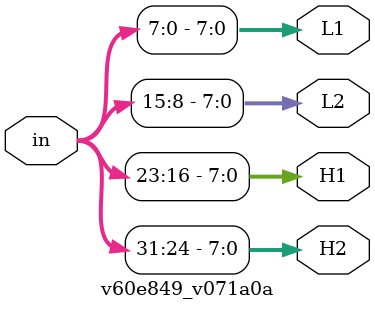
<source format=v>

`default_nettype none

module main #(
 parameter v384ddf = 1
) (
 input vf0b97b,
 input vclk,
 output vaad62c,
 output [0:7] vinit
);
 localparam p0 = v384ddf;
 wire [0:31] w1;
 wire w2;
 wire w3;
 wire w4;
 wire w5;
 wire w6;
 wire w7;
 wire w8;
 assign vaad62c = w2;
 assign w4 = vf0b97b;
 assign w6 = vclk;
 assign w7 = vclk;
 assign w8 = vclk;
 assign w5 = w3;
 assign w7 = w6;
 assign w8 = w6;
 assign w8 = w7;
 va9a5bc #(
  .vfb06ae(p0)
 ) v9649dc (
  .v2a8434(w3),
  .vac0eb2(w6)
 );
 v5bf32c va59abd (
  .vb7970b(w1),
  .ve61673(w4),
  .v7c533e(w5),
  .vdd729a(w7)
 );
 vf6f2c9 v26fe90 (
  .ve93dd7(w1),
  .vec02cd(w2),
  .v3a7630(w3),
  .vcdf509(w8)
 );
 assign vinit = 8'b00000000;
endmodule

/*-------------------------------------------------*/
/*--   */
/*-- - - - - - - - - - - - - - - - - - - - - - - --*/
/*-- 
/*-------------------------------------------------*/
//---- Top entity
module va9a5bc #(
 parameter vfb06ae = 1
) (
 input vac0eb2,
 output v2a8434
);
 localparam p2 = vfb06ae;
 wire w0;
 wire w1;
 assign v2a8434 = w0;
 assign w1 = vac0eb2;
 va9a5bc_v6cac2f #(
  .SEC(p2)
 ) v6cac2f (
  .o(w0),
  .clk(w1)
 );
endmodule

/*-------------------------------------------------*/
/*-- Corazon-tic-Sec  */
/*-- - - - - - - - - - - - - - - - - - - - - - - --*/
/*-- Corazón de bombeo de tics a con periodo paramétrico de segundos
/*-------------------------------------------------*/

module va9a5bc_v6cac2f #(
 parameter SEC = 0
) (
 input clk,
 output o
);
 //localparam SEC;
 
 //-- Constante para dividir y obtener una frecuencia de 1Hz
 localparam M = 12000000*SEC;
 
 //-- Calcular el numero de bits para almacenar M
 localparam N = $clog2(M);
 
 //-- Cable de reset para el contador
 wire reset;
 
 //-- Registro del divisor
 reg [N-1:0] divcounter;
 
 
 //-- Contador con reset
 always @(posedge clk)
   if (reset)
     divcounter <= 0;
   else
     divcounter <= divcounter + 1;
 
 //-- Comparador que resetea el contador cuando se alcanza el tope
 assign reset = (divcounter == M-1);
 
 //-- La salida es la señal de overflow
 assign o = reset;
 
 
 
 
endmodule
//---- Top entity
module v5bf32c #(
 parameter v5e4a03 = 33'h10000_0000
) (
 input vdd729a,
 input ve61673,
 input v7c533e,
 output [31:0] vb7970b,
 output v712cd1
);
 localparam p1 = v5e4a03;
 wire w0;
 wire w2;
 wire w3;
 wire w4;
 wire [0:31] w5;
 assign w0 = ve61673;
 assign w2 = v7c533e;
 assign w3 = vdd729a;
 assign v712cd1 = w4;
 assign vb7970b = w5;
 v5bf32c_vbd6086 #(
  .M(p1)
 ) vbd6086 (
  .rst(w0),
  .cnt(w2),
  .clk(w3),
  .ov(w4),
  .q(w5)
 );
endmodule

/*-------------------------------------------------*/
/*-- 32-bits-counter-rst  */
/*-- - - - - - - - - - - - - - - - - - - - - - - --*/
/*-- 32-bits M module up counter, with reset 
/*-------------------------------------------------*/

module v5bf32c_vbd6086 #(
 parameter M = 0
) (
 input clk,
 input rst,
 input cnt,
 output [31:0] q,
 output ov
);
 //-- Numero de bits del contador
 localparam N = 32; 
 
 //-- En contadores de N bits:
 //-- M = 2 ** N
 
 //-- Internamente usamos un bit mas
 //-- (N+1) bits
 reg [N:0] qi = 0;
 
 always @(posedge clk)
   if (rst | ov)
     qi <= 0;
   else
     if (cnt)
       qi <= qi + 1;
       
 assign q = qi;
 
 //-- Comprobar overflow
 assign ov = (qi == M);
     
endmodule
//---- Top entity
module vf6f2c9 #(
 parameter vab8753 = 115200
) (
 input [31:0] ve93dd7,
 input v3a7630,
 input vcdf509,
 output vec02cd
);
 localparam p1 = vab8753;
 wire [0:7] w0;
 wire [0:1] w2;
 wire w3;
 wire w4;
 wire w5;
 wire w6;
 wire w7;
 wire [0:1] w8;
 wire w9;
 wire w10;
 wire w11;
 wire w12;
 wire w13;
 wire w14;
 wire [0:7] w15;
 wire [0:7] w16;
 wire [0:7] w17;
 wire [0:7] w18;
 wire [0:31] w19;
 wire w20;
 wire w21;
 wire w22;
 wire w23;
 wire w24;
 wire w25;
 assign vec02cd = w5;
 assign w13 = v3a7630;
 assign w14 = v3a7630;
 assign w19 = ve93dd7;
 assign w20 = vcdf509;
 assign w21 = vcdf509;
 assign w22 = vcdf509;
 assign w23 = vcdf509;
 assign w24 = vcdf509;
 assign w25 = vcdf509;
 assign w8 = w2;
 assign w9 = w3;
 assign w12 = w4;
 assign w14 = w13;
 assign w21 = w20;
 assign w22 = w20;
 assign w22 = w21;
 assign w23 = w20;
 assign w23 = w21;
 assign w23 = w22;
 assign w24 = w20;
 assign w24 = w21;
 assign w24 = w22;
 assign w24 = w23;
 assign w25 = w20;
 assign w25 = w21;
 assign w25 = w22;
 assign w25 = w23;
 assign w25 = w24;
 v33837d v452f7b (
  .vf3dbae(w0),
  .v7b814e(w2),
  .vfa3ec2(w15),
  .vf9974f(w16),
  .vf0c0b7(w17),
  .v55f4cc(w18)
 );
 vb959c2 ve3e153 (
  .v3c6908(w4),
  .vb4c770(w11),
  .ve68648(w13),
  .v581b48(w21)
 );
 vc6459c #(
  .ved2ada(p1)
 ) va2abe7 (
  .v19b8dd(w0),
  .v01321e(w3),
  .v8caaa5(w5),
  .v05e99b(w6),
  .ve9a78f(w20)
 );
 vd6bbdd v05cb68 (
  .vdbb75f(w6),
  .v08bfd6(w7),
  .v02d455(w24)
 );
 vf6f2c9_v9ebe9e v9ebe9e (
  .o(w7),
  .estado(w8),
  .done(w10),
  .inicio(w14),
  .clk(w23)
 );
 v1c7dae ve1951b (
  .vf54559(w9),
  .ve8318d(w10),
  .va4102a(w25)
 );
 vcc6e10 v7b62b6 (
  .vd76104(w2),
  .v7c533e(w3),
  .v712cd1(w4),
  .v26172c(w11),
  .ve61673(w12),
  .vdd729a(w22)
 );
 v60e849 v2d9495 (
  .v46163a(w15),
  .v37918a(w16),
  .v72947e(w17),
  .v3ec835(w18),
  .v88a8bc(w19)
 );
endmodule

/*-------------------------------------------------*/
/*-- Tx_32bits  */
/*-- - - - - - - - - - - - - - - - - - - - - - - --*/
/*-- Transmite 32 bits en Paralelo a serie por RS232 (entrada de 32 bits)
/*-------------------------------------------------*/

module vf6f2c9_v9ebe9e (
 input clk,
 input [1:0] estado,
 input inicio,
 input done,
 output o
);
 
 reg o=0;
 
 always @(posedge clk)
 case (estado)
   0:if(inicio) o=~o;
      else o=o;
   default: if(done) o=~o;
 endcase
endmodule
//---- Top entity
module v33837d (
 input [7:0] vfa3ec2,
 input [7:0] vf9974f,
 input [7:0] vf0c0b7,
 input [7:0] v55f4cc,
 input [1:0] v7b814e,
 output [7:0] vf3dbae
);
 wire [0:7] w0;
 wire [0:7] w1;
 wire [0:7] w2;
 wire [0:7] w3;
 wire [0:1] w4;
 wire [0:7] w5;
 assign vf3dbae = w0;
 assign w1 = vfa3ec2;
 assign w2 = vf9974f;
 assign w3 = vf0c0b7;
 assign w4 = v7b814e;
 assign w5 = v55f4cc;
 v33837d_v463e55 v463e55 (
  .o(w0),
  .a(w1),
  .b(w2),
  .c(w3),
  .sel(w4),
  .d(w5)
 );
endmodule

/*-------------------------------------------------*/
/*-- Mux4To1_8  */
/*-- - - - - - - - - - - - - - - - - - - - - - - --*/
/*-- Multiplexor de 4 entradas de 8bits a  una salida de 8bits
/*-------------------------------------------------*/

module v33837d_v463e55 (
 input [7:0] a,
 input [7:0] b,
 input [7:0] c,
 input [7:0] d,
 input [1:0] sel,
 output [7:0] o
);
 //-- Multiplexor de 3 a 1, 
 //-- de 8 bits
 
 reg [7:0] _o= 8'b0000_0000;
 
 always @(*) begin
     case(sel)
         0: _o = a;
         1: _o = b;
         2: _o = c;
         3: _o = d;
         default: _o = 8'b0000_0000;
     endcase
 end
 
 assign o = _o;
 
endmodule
//---- Top entity
module vb959c2 #(
 parameter v679341 = 0
) (
 input v581b48,
 input ve68648,
 input v3c6908,
 output vb4c770
);
 localparam p4 = v679341;
 wire w0;
 wire w1;
 wire w2;
 wire w3;
 assign w0 = v581b48;
 assign w1 = ve68648;
 assign w2 = v3c6908;
 assign vb4c770 = w3;
 vb959c2_v4e11b3 #(
  .INI(p4)
 ) v4e11b3 (
  .clk(w0),
  .set(w1),
  .rst(w2),
  .q(w3)
 );
endmodule

/*-------------------------------------------------*/
/*-- Biestable-Set-Reset  */
/*-- - - - - - - - - - - - - - - - - - - - - - - --*/
/*-- Biestable con entradas de Set y Reset síncronas, para poner y quitar notaficaciones de eventos
/*-------------------------------------------------*/

module vb959c2_v4e11b3 #(
 parameter INI = 0
) (
 input clk,
 input set,
 input rst,
 output q
);
 reg q = INI;
 
 always @(posedge clk)
   if (set)
     q <= 1'b1;
   else if (rst)
     q<=1'b0;
endmodule
//---- Top entity
module vc6459c #(
 parameter ved2ada = 115200
) (
 input ve9a78f,
 input [7:0] v19b8dd,
 input v05e99b,
 output v8caaa5,
 output v2da441,
 output v01321e
);
 localparam p1 = ved2ada;
 wire w0;
 wire w2;
 wire [0:7] w3;
 wire w4;
 wire w5;
 wire w6;
 assign v8caaa5 = w0;
 assign w2 = ve9a78f;
 assign w3 = v19b8dd;
 assign w4 = v05e99b;
 assign v2da441 = w5;
 assign v01321e = w6;
 vc6459c_vedebcc #(
  .BAUD(p1)
 ) vedebcc (
  .TX(w0),
  .clk(w2),
  .data(w3),
  .txmit(w4),
  .busy(w5),
  .done(w6)
 );
endmodule

/*-------------------------------------------------*/
/*-- Serial-tx  */
/*-- - - - - - - - - - - - - - - - - - - - - - - --*/
/*-- Transmisor serie
/*-------------------------------------------------*/

module vc6459c_vedebcc #(
 parameter BAUD = 0
) (
 input clk,
 input [7:0] data,
 input txmit,
 output TX,
 output busy,
 output done
);
 //-- Constantes para obtener las velocidades estándares
 `define B115200 104 
 `define B57600  208
 `define B38400  313
 `define B19200  625
 `define B9600   1250
 `define B4800   2500
 `define B2400   5000
 `define B1200   10000
 `define B600    20000
 `define B300    40000
 
 //-- Constante para calcular los baudios
 localparam BAUDRATE = (BAUD==115200) ? `B115200 : //-- OK
                       (BAUD==57600)  ? `B57600  : //-- OK
                       (BAUD==38400)  ? `B38400  : //-- Ok
                       (BAUD==19200)  ? `B19200  : //-- OK
                       (BAUD==9600)   ? `B9600   : //-- OK
                       (BAUD==4800)   ? `B4800   : //-- OK 
                       (BAUD==2400)   ? `B2400   : //-- OK
                       (BAUD==1200)   ? `B1200   : //-- OK
                       (BAUD==600)    ? `B600    : //-- OK
                       (BAUD==300)    ? `B300    : //-- OK
                       `B115200 ;  //-- Por defecto 115200 baudios
 
 
 //---- GENERADOR DE BAUDIOS
 
 //-- Calcular el numero dde bits para almacenar el divisor
 localparam N = $clog2(BAUDRATE);
 
 //-- Contador para implementar el divisor
 //-- Es un contador modulo BAUDRATE
 reg [N-1:0] divcounter = 0;
 
 //-- Cable de reset para el contador
 //-- Comparador que resetea el contador cuando se alcanza el tope
 //-- o cuando el estado del biestable es 0 (apagado)
 wire reset = ov_gen | (state == 0);
 
 //-- Contador con reset
 always @(posedge clk)
   if (reset)
     divcounter <= 0;
   else
     divcounter <= divcounter + 1;
 
 //-- Hemos llegado al final
 wire ov_gen = (divcounter == BAUDRATE-1);
 
 
 
 //-- REGISTRO DESPLAZAMIENTO
 
 //-- Salida serie. Inicialmete a 1 (reposo) 
 reg TX = 1;
 
 //-- Registro de desplazamiento de 9 bits
 //-- Inicializado todo a 1s
 reg [8:0] q = 9'h1FF;
 
 //-- La entrada de shift es la salida del generador de baudios
 wire shift = ov_gen;
 
 always @(posedge clk)
   if (txmit_tic)
   //-- Carga del registro
     q <= {data, 1'b0};
     
   else if (shift)
     //-- Desplazamiento. Rellenar con 1 (bit de stop)
     q <= {1'b1, q[8:1]};
     
 //-- Sacar el bit de menor peso por serial-out    
 wire so;
 assign so = q[0];
 
 //-- La salida tx la registramos
 always @(posedge clk)
   TX <= so;
   
 //-- La señal de entrada txmit se pasa por un 
 //-- detector de flancos de subida para generar un tic
 reg q_re = 0;
 wire txmit_tic;
 
 always @(posedge clk)
   q_re <= txmit;
   
 assign txmit_tic = (~q_re & txmit);  
 
 
 
 //-- Estado de transmisor
 //-- 0: Parado
 //-- 1: Ocupado (transmitiendo)
 reg state = 0;
   
 always @(posedge clk)
   //-- Empieza la transmision: ocupado
   if (txmit)
     state <= 1'b1;
     
   //-- Acaba la transmision: libre    
   else if (ov)
     state <= 1'b0;
 
 //-- Contador de bits enviados
 reg [3:0] bits = 0;
 always @(posedge clk)
   //-- Si la cuenta ha terminado... volver a 0
   if (ov)
     bits <= 2'b00;
   else
     if (shift)
       bits <= bits + 1;
 
 //-- Comprobar si se ha transmitido el último bit (overflow)
 //-- 1 bit de start + 8 bits de datos + 1 bit de stop
 wire ov = (bits == 10);
 
 //-- La señal de ocupado es el estado del transmisor
 assign busy = state;
 
 //-- La señal de done es la de overflow pero retrasada un
 //-- periodo de reloj del sistema y que el biestable 
 //-- llegue al estado de parado antes de que se 
 //-- empiece otra transmision
 
 reg done=0;
 
 always @(posedge clk)
   done <= ov;
 
endmodule
//---- Top entity
module vd6bbdd (
 input v08bfd6,
 input v02d455,
 output vdbb75f
);
 wire w0;
 wire w1;
 wire w2;
 assign vdbb75f = w0;
 assign w1 = v08bfd6;
 assign w2 = v02d455;
 vd6bbdd_v3523b6 v3523b6 (
  .Toggle(w0),
  .in(w1),
  .clk(w2)
 );
endmodule

/*-------------------------------------------------*/
/*-- Tic  */
/*-- - - - - - - - - - - - - - - - - - - - - - - --*/
/*-- Detectar si señal ha sufrido cambio y si ha sido flanco de subida o bajada-Modo1
/*-------------------------------------------------*/

module vd6bbdd_v3523b6 (
 input in,
 input clk,
 output Toggle
);
 
 reg Q=0;
 
 //Biestable D donde capturo estado actual (in) y anterior (Q)
 always @(posedge clk)
  Q<=in;
 
 //Con datos del estado actual ya anterior, realizando un circutio combinacional
 //puedo saber si la señal a cambiado y si ha subido o ha bajado el flanco.
 
 assign Toggle= (Q ^ in); //Si son distintos es que hay un cambio
 
endmodule
//---- Top entity
module v1c7dae #(
 parameter v71e305 = 0
) (
 input va4102a,
 input vf54559,
 output ve8318d
);
 localparam p2 = v71e305;
 wire w0;
 wire w1;
 wire w3;
 assign w0 = va4102a;
 assign ve8318d = w1;
 assign w3 = vf54559;
 v1c7dae_vb8adf8 #(
  .INI(p2)
 ) vb8adf8 (
  .clk(w0),
  .q(w1),
  .d(w3)
 );
endmodule

/*-------------------------------------------------*/
/*-- Biestable-D  */
/*-- - - - - - - - - - - - - - - - - - - - - - - --*/
/*-- Biestable de datos (Tipo D). Cuando se recibe un tic por load se captura el dato
/*-------------------------------------------------*/

module v1c7dae_vb8adf8 #(
 parameter INI = 0
) (
 input clk,
 input d,
 output q
);
 reg q = INI;
 always @(posedge clk)
   q <= d;
endmodule
//---- Top entity
module vcc6e10 #(
 parameter v5e4a03 = 4
) (
 input vdd729a,
 input ve61673,
 input v26172c,
 input v7c533e,
 output [1:0] vd76104,
 output v712cd1
);
 localparam p2 = v5e4a03;
 wire [0:1] w0;
 wire w1;
 wire w3;
 wire w4;
 wire w5;
 wire w6;
 assign vd76104 = w0;
 assign w1 = ve61673;
 assign w3 = v7c533e;
 assign w4 = vdd729a;
 assign v712cd1 = w5;
 assign w6 = v26172c;
 vcc6e10_vbd6086 #(
  .M(p2)
 ) vbd6086 (
  .q(w0),
  .rst(w1),
  .cnt(w3),
  .clk(w4),
  .ov(w5),
  .en(w6)
 );
endmodule

/*-------------------------------------------------*/
/*-- Contador-2bits-up-rst-en  */
/*-- - - - - - - - - - - - - - - - - - - - - - - --*/
/*-- Contador módulo M, ascendente, de 2 bits, con reset 
/*-------------------------------------------------*/

module vcc6e10_vbd6086 #(
 parameter M = 0
) (
 input clk,
 input rst,
 input en,
 input cnt,
 output [1:0] q,
 output ov
);
 //-- Numero de bits del contador
 localparam N = 2; 
 
 //-- En contadores de N bits:
 //-- M = 2 ** N
 
 //-- Internamente usamos un bit mas
 //-- (N+1) bits
 reg [N:0] qi = 0;
 
 always @(posedge clk)
   if (rst || ov)
     qi <= 2'b00;
   else
     if (cnt && en)
       qi <= qi + 1;
       
 assign q = qi;
 
 //-- Comprobar overflow
 assign ov = (qi == M);
     
endmodule
//---- Top entity
module v60e849 (
 input [31:0] v88a8bc,
 output [7:0] v46163a,
 output [7:0] v37918a,
 output [7:0] v72947e,
 output [7:0] v3ec835
);
 wire [0:7] w0;
 wire [0:7] w1;
 wire [0:7] w2;
 wire [0:7] w3;
 wire [0:31] w4;
 assign v46163a = w0;
 assign v37918a = w1;
 assign v72947e = w2;
 assign v3ec835 = w3;
 assign w4 = v88a8bc;
 v60e849_v071a0a v071a0a (
  .H2(w0),
  .H1(w1),
  .L2(w2),
  .L1(w3),
  .in(w4)
 );
endmodule

/*-------------------------------------------------*/
/*-- Split 32  4 x 8  */
/*-- - - - - - - - - - - - - - - - - - - - - - - --*/
/*-- Split bus 32 bits to 4 x 8 bits
/*-------------------------------------------------*/

module v60e849_v071a0a (
 input [31:0] in,
 output [7:0] H2,
 output [7:0] H1,
 output [7:0] L2,
 output [7:0] L1
);
 
 //Split Bus 32 bits in 4 x 8 bits
 
 assign H2=in[31:24];
 assign H1=in[23:16];
 assign L2=in[15:8];
 assign L1=in[7:0];
 
endmodule

</source>
